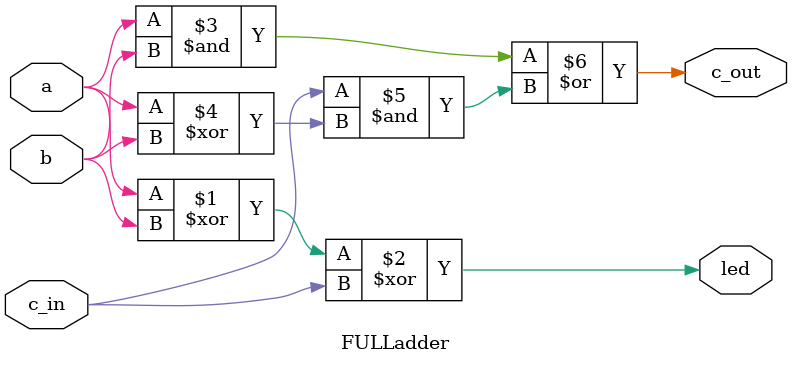
<source format=v>
module fulladder4(LEDR,SW);

	input [9:0] SW;
	output [4:0] LEDR;
	wire wire_1;
	wire wire_2;
	wire wire_3;
	
	FULLadder FA1(
		.led(LEDR[0]), .c_out(wire_1), .a(SW[0]), .b(SW[4]), .c_in(SW[9])
		);
	
	FULLadder FA2(
		.led(LEDR[1]), .c_out(wire_2), .a(SW[1]), .b(SW[5]), .c_in(wire_1)
		);
	
	FULLadder FA3(
		.led(LEDR[2]), .c_out(wire_3), .a(SW[2]), .b(SW[6]), .c_in(wire_2)
		);
	
	FULLadder FA4(
		.led(LEDR[3]), .c_out(LEDR[4]), .a(SW[3]), .b(SW[7]), .c_in(wire_3)
		);
	
endmodule

module FULLadder(led,c_out,a,b,c_in);

	input a, b, c_in;
	output led, c_out;
	
	assign led = a ^ b ^ c_in;
	assign c_out = ( a & b ) | (c_in & ( a ^ b ) );

endmodule
</source>
